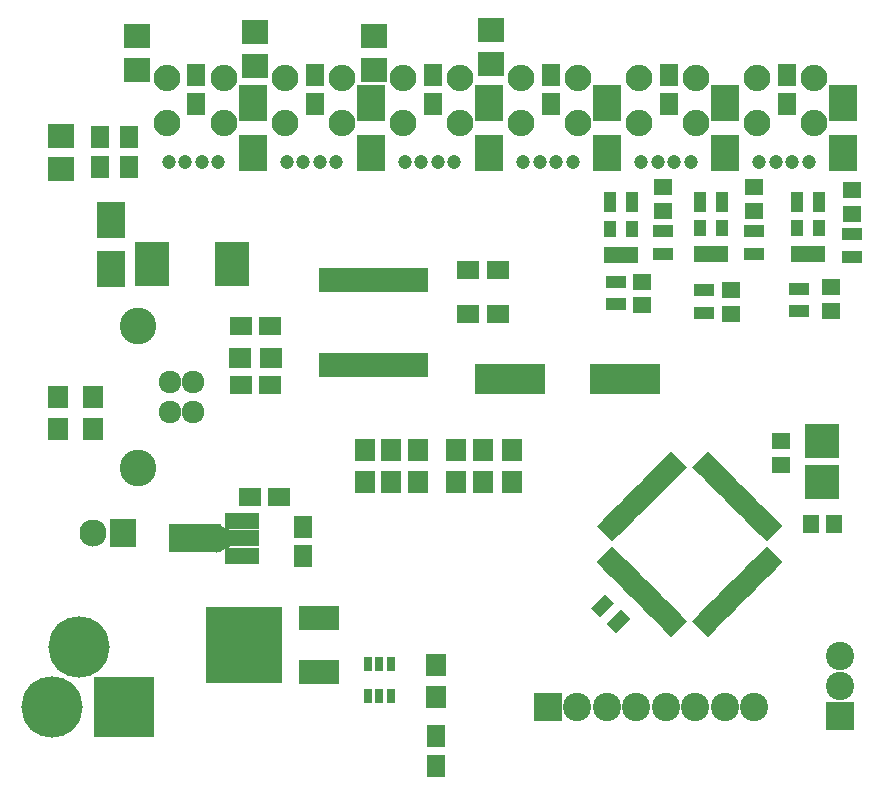
<source format=gts>
G04 #@! TF.FileFunction,Soldermask,Top*
%FSLAX46Y46*%
G04 Gerber Fmt 4.6, Leading zero omitted, Abs format (unit mm)*
G04 Created by KiCad (PCBNEW 4.0.1-stable) date 17.05.2016 13:35:18*
%MOMM*%
G01*
G04 APERTURE LIST*
%ADD10C,0.100000*%
%ADD11R,1.900000X1.650000*%
%ADD12R,1.650000X1.900000*%
%ADD13C,5.200600*%
%ADD14R,5.200600X5.200600*%
%ADD15R,1.400000X1.650000*%
%ADD16R,1.100000X1.700000*%
%ADD17C,1.924000*%
%ADD18C,3.100020*%
%ADD19O,2.250000X2.250000*%
%ADD20C,1.200000*%
%ADD21R,2.899360X3.699460*%
%ADD22R,2.429460X3.051760*%
%ADD23R,1.700000X1.900000*%
%ADD24R,1.900000X1.700000*%
%ADD25R,2.901900X1.400760*%
%ADD26R,4.400500X2.398980*%
%ADD27R,0.850000X2.150000*%
%ADD28R,6.000700X2.500580*%
%ADD29R,2.300000X2.400000*%
%ADD30C,2.300000*%
%ADD31R,1.650000X1.400000*%
%ADD32R,1.700000X1.100000*%
%ADD33R,1.050000X1.460000*%
%ADD34R,2.400000X2.400000*%
%ADD35C,2.400000*%
%ADD36R,2.200860X1.997660*%
%ADD37R,2.900000X2.900000*%
%ADD38R,3.448000X2.051000*%
%ADD39R,6.496000X6.496000*%
%ADD40R,0.740000X1.240000*%
G04 APERTURE END LIST*
D10*
D11*
X113750000Y-80500000D03*
X116250000Y-80500000D03*
D12*
X101813575Y-62029999D03*
X101813575Y-59529999D03*
X104313575Y-62029999D03*
X104313575Y-59529999D03*
D13*
X97750000Y-107750000D03*
D14*
X103846000Y-107750000D03*
D13*
X100036000Y-102670000D03*
D10*
G36*
X144555188Y-96159709D02*
X143883437Y-95487958D01*
X145226940Y-94144455D01*
X145898691Y-94816206D01*
X144555188Y-96159709D01*
X144555188Y-96159709D01*
G37*
G36*
X145120874Y-96725394D02*
X144449123Y-96053643D01*
X145792626Y-94710140D01*
X146464377Y-95381891D01*
X145120874Y-96725394D01*
X145120874Y-96725394D01*
G37*
G36*
X145686559Y-97291079D02*
X145014808Y-96619328D01*
X146358311Y-95275825D01*
X147030062Y-95947576D01*
X145686559Y-97291079D01*
X145686559Y-97291079D01*
G37*
G36*
X146252244Y-97856765D02*
X145580493Y-97185014D01*
X146923996Y-95841511D01*
X147595747Y-96513262D01*
X146252244Y-97856765D01*
X146252244Y-97856765D01*
G37*
G36*
X146817930Y-98422450D02*
X146146179Y-97750699D01*
X147489682Y-96407196D01*
X148161433Y-97078947D01*
X146817930Y-98422450D01*
X146817930Y-98422450D01*
G37*
G36*
X147383615Y-98988136D02*
X146711864Y-98316385D01*
X148055367Y-96972882D01*
X148727118Y-97644633D01*
X147383615Y-98988136D01*
X147383615Y-98988136D01*
G37*
G36*
X147949301Y-99553821D02*
X147277550Y-98882070D01*
X148621053Y-97538567D01*
X149292804Y-98210318D01*
X147949301Y-99553821D01*
X147949301Y-99553821D01*
G37*
G36*
X148514986Y-100119507D02*
X147843235Y-99447756D01*
X149186738Y-98104253D01*
X149858489Y-98776004D01*
X148514986Y-100119507D01*
X148514986Y-100119507D01*
G37*
G36*
X149080672Y-100685192D02*
X148408921Y-100013441D01*
X149752424Y-98669938D01*
X150424175Y-99341689D01*
X149080672Y-100685192D01*
X149080672Y-100685192D01*
G37*
G36*
X149646357Y-101250877D02*
X148974606Y-100579126D01*
X150318109Y-99235623D01*
X150989860Y-99907374D01*
X149646357Y-101250877D01*
X149646357Y-101250877D01*
G37*
G36*
X150212042Y-101816563D02*
X149540291Y-101144812D01*
X150883794Y-99801309D01*
X151555545Y-100473060D01*
X150212042Y-101816563D01*
X150212042Y-101816563D01*
G37*
G36*
X153959709Y-101144812D02*
X153287958Y-101816563D01*
X151944455Y-100473060D01*
X152616206Y-99801309D01*
X153959709Y-101144812D01*
X153959709Y-101144812D01*
G37*
G36*
X154525394Y-100579126D02*
X153853643Y-101250877D01*
X152510140Y-99907374D01*
X153181891Y-99235623D01*
X154525394Y-100579126D01*
X154525394Y-100579126D01*
G37*
G36*
X155091079Y-100013441D02*
X154419328Y-100685192D01*
X153075825Y-99341689D01*
X153747576Y-98669938D01*
X155091079Y-100013441D01*
X155091079Y-100013441D01*
G37*
G36*
X155656765Y-99447756D02*
X154985014Y-100119507D01*
X153641511Y-98776004D01*
X154313262Y-98104253D01*
X155656765Y-99447756D01*
X155656765Y-99447756D01*
G37*
G36*
X156222450Y-98882070D02*
X155550699Y-99553821D01*
X154207196Y-98210318D01*
X154878947Y-97538567D01*
X156222450Y-98882070D01*
X156222450Y-98882070D01*
G37*
G36*
X156788136Y-98316385D02*
X156116385Y-98988136D01*
X154772882Y-97644633D01*
X155444633Y-96972882D01*
X156788136Y-98316385D01*
X156788136Y-98316385D01*
G37*
G36*
X157353821Y-97750699D02*
X156682070Y-98422450D01*
X155338567Y-97078947D01*
X156010318Y-96407196D01*
X157353821Y-97750699D01*
X157353821Y-97750699D01*
G37*
G36*
X157919507Y-97185014D02*
X157247756Y-97856765D01*
X155904253Y-96513262D01*
X156576004Y-95841511D01*
X157919507Y-97185014D01*
X157919507Y-97185014D01*
G37*
G36*
X158485192Y-96619328D02*
X157813441Y-97291079D01*
X156469938Y-95947576D01*
X157141689Y-95275825D01*
X158485192Y-96619328D01*
X158485192Y-96619328D01*
G37*
G36*
X159050877Y-96053643D02*
X158379126Y-96725394D01*
X157035623Y-95381891D01*
X157707374Y-94710140D01*
X159050877Y-96053643D01*
X159050877Y-96053643D01*
G37*
G36*
X159616563Y-95487958D02*
X158944812Y-96159709D01*
X157601309Y-94816206D01*
X158273060Y-94144455D01*
X159616563Y-95487958D01*
X159616563Y-95487958D01*
G37*
G36*
X158273060Y-93755545D02*
X157601309Y-93083794D01*
X158944812Y-91740291D01*
X159616563Y-92412042D01*
X158273060Y-93755545D01*
X158273060Y-93755545D01*
G37*
G36*
X157707374Y-93189860D02*
X157035623Y-92518109D01*
X158379126Y-91174606D01*
X159050877Y-91846357D01*
X157707374Y-93189860D01*
X157707374Y-93189860D01*
G37*
G36*
X157141689Y-92624175D02*
X156469938Y-91952424D01*
X157813441Y-90608921D01*
X158485192Y-91280672D01*
X157141689Y-92624175D01*
X157141689Y-92624175D01*
G37*
G36*
X156576004Y-92058489D02*
X155904253Y-91386738D01*
X157247756Y-90043235D01*
X157919507Y-90714986D01*
X156576004Y-92058489D01*
X156576004Y-92058489D01*
G37*
G36*
X156010318Y-91492804D02*
X155338567Y-90821053D01*
X156682070Y-89477550D01*
X157353821Y-90149301D01*
X156010318Y-91492804D01*
X156010318Y-91492804D01*
G37*
G36*
X155444633Y-90927118D02*
X154772882Y-90255367D01*
X156116385Y-88911864D01*
X156788136Y-89583615D01*
X155444633Y-90927118D01*
X155444633Y-90927118D01*
G37*
G36*
X154878947Y-90361433D02*
X154207196Y-89689682D01*
X155550699Y-88346179D01*
X156222450Y-89017930D01*
X154878947Y-90361433D01*
X154878947Y-90361433D01*
G37*
G36*
X154313262Y-89795747D02*
X153641511Y-89123996D01*
X154985014Y-87780493D01*
X155656765Y-88452244D01*
X154313262Y-89795747D01*
X154313262Y-89795747D01*
G37*
G36*
X153747576Y-89230062D02*
X153075825Y-88558311D01*
X154419328Y-87214808D01*
X155091079Y-87886559D01*
X153747576Y-89230062D01*
X153747576Y-89230062D01*
G37*
G36*
X153181891Y-88664377D02*
X152510140Y-87992626D01*
X153853643Y-86649123D01*
X154525394Y-87320874D01*
X153181891Y-88664377D01*
X153181891Y-88664377D01*
G37*
G36*
X152616206Y-88098691D02*
X151944455Y-87426940D01*
X153287958Y-86083437D01*
X153959709Y-86755188D01*
X152616206Y-88098691D01*
X152616206Y-88098691D01*
G37*
G36*
X151555545Y-87426940D02*
X150883794Y-88098691D01*
X149540291Y-86755188D01*
X150212042Y-86083437D01*
X151555545Y-87426940D01*
X151555545Y-87426940D01*
G37*
G36*
X150989860Y-87992626D02*
X150318109Y-88664377D01*
X148974606Y-87320874D01*
X149646357Y-86649123D01*
X150989860Y-87992626D01*
X150989860Y-87992626D01*
G37*
G36*
X150424175Y-88558311D02*
X149752424Y-89230062D01*
X148408921Y-87886559D01*
X149080672Y-87214808D01*
X150424175Y-88558311D01*
X150424175Y-88558311D01*
G37*
G36*
X149858489Y-89123996D02*
X149186738Y-89795747D01*
X147843235Y-88452244D01*
X148514986Y-87780493D01*
X149858489Y-89123996D01*
X149858489Y-89123996D01*
G37*
G36*
X149292804Y-89689682D02*
X148621053Y-90361433D01*
X147277550Y-89017930D01*
X147949301Y-88346179D01*
X149292804Y-89689682D01*
X149292804Y-89689682D01*
G37*
G36*
X148727118Y-90255367D02*
X148055367Y-90927118D01*
X146711864Y-89583615D01*
X147383615Y-88911864D01*
X148727118Y-90255367D01*
X148727118Y-90255367D01*
G37*
G36*
X148161433Y-90821053D02*
X147489682Y-91492804D01*
X146146179Y-90149301D01*
X146817930Y-89477550D01*
X148161433Y-90821053D01*
X148161433Y-90821053D01*
G37*
G36*
X147595747Y-91386738D02*
X146923996Y-92058489D01*
X145580493Y-90714986D01*
X146252244Y-90043235D01*
X147595747Y-91386738D01*
X147595747Y-91386738D01*
G37*
G36*
X147030062Y-91952424D02*
X146358311Y-92624175D01*
X145014808Y-91280672D01*
X145686559Y-90608921D01*
X147030062Y-91952424D01*
X147030062Y-91952424D01*
G37*
G36*
X146464377Y-92518109D02*
X145792626Y-93189860D01*
X144449123Y-91846357D01*
X145120874Y-91174606D01*
X146464377Y-92518109D01*
X146464377Y-92518109D01*
G37*
G36*
X145898691Y-93083794D02*
X145226940Y-93755545D01*
X143883437Y-92412042D01*
X144555188Y-91740291D01*
X145898691Y-93083794D01*
X145898691Y-93083794D01*
G37*
D15*
X162000000Y-92250000D03*
X164000000Y-92250000D03*
D16*
X145000000Y-65000000D03*
X146900000Y-65000000D03*
D17*
X109748980Y-82790000D03*
X109748980Y-80250000D03*
X107750000Y-80250000D03*
X107750000Y-82790000D03*
D18*
X105049980Y-87519480D03*
X105049980Y-75520520D03*
D19*
X127480000Y-58340000D03*
X127480000Y-54500000D03*
X132320000Y-54500000D03*
D20*
X131850000Y-61610000D03*
X130450000Y-61610000D03*
X129050000Y-61610000D03*
D19*
X132320000Y-58340000D03*
D20*
X127650000Y-61610000D03*
D19*
X147480000Y-58340000D03*
X147480000Y-54500000D03*
X152320000Y-54500000D03*
D20*
X151850000Y-61610000D03*
X150450000Y-61610000D03*
X149050000Y-61610000D03*
D19*
X152320000Y-58340000D03*
D20*
X147650000Y-61610000D03*
D19*
X157480000Y-58340000D03*
X157480000Y-54500000D03*
X162320000Y-54500000D03*
D20*
X161850000Y-61610000D03*
X160450000Y-61610000D03*
X159050000Y-61610000D03*
D19*
X162320000Y-58340000D03*
D20*
X157650000Y-61610000D03*
D19*
X137480000Y-58340000D03*
X137480000Y-54500000D03*
X142320000Y-54500000D03*
D20*
X141850000Y-61610000D03*
X140450000Y-61610000D03*
X139050000Y-61610000D03*
D19*
X142320000Y-58340000D03*
D20*
X137650000Y-61610000D03*
D19*
X117480000Y-58340000D03*
X117480000Y-54500000D03*
X122320000Y-54500000D03*
D20*
X121850000Y-61610000D03*
X120450000Y-61610000D03*
X119050000Y-61610000D03*
D19*
X122320000Y-58340000D03*
D20*
X117650000Y-61610000D03*
D19*
X107480000Y-58340000D03*
X107480000Y-54500000D03*
X112320000Y-54500000D03*
D20*
X111850000Y-61610000D03*
X110450000Y-61610000D03*
X109050000Y-61610000D03*
D19*
X112320000Y-58340000D03*
D20*
X107650000Y-61610000D03*
D12*
X120000000Y-54250000D03*
X120000000Y-56750000D03*
X140000000Y-54250000D03*
X140000000Y-56750000D03*
X130000000Y-54250000D03*
X130000000Y-56750000D03*
X150000000Y-54250000D03*
X150000000Y-56750000D03*
X160000000Y-54250000D03*
X160000000Y-56750000D03*
D11*
X117000000Y-90000000D03*
X114500000Y-90000000D03*
D12*
X119000000Y-92500000D03*
X119000000Y-95000000D03*
D11*
X133000000Y-70750000D03*
X135500000Y-70750000D03*
X135500000Y-74500000D03*
X133000000Y-74500000D03*
D21*
X106250000Y-70250000D03*
X113052120Y-70250000D03*
D22*
X114750000Y-56664660D03*
X114750000Y-60835340D03*
X124750000Y-56664660D03*
X124750000Y-60835340D03*
X144750000Y-60835340D03*
X144750000Y-56664660D03*
X134750000Y-60835340D03*
X134750000Y-56664660D03*
D23*
X136750000Y-88700000D03*
X136750000Y-86000000D03*
X128750000Y-88750000D03*
X128750000Y-86050000D03*
X124250000Y-88700000D03*
X124250000Y-86000000D03*
D24*
X116350000Y-78250000D03*
X113650000Y-78250000D03*
D25*
X113852740Y-95001140D03*
X113852740Y-93500000D03*
X113852740Y-91998860D03*
D26*
X109900500Y-93500000D03*
D10*
G36*
X111675350Y-92299240D02*
X112824650Y-92799620D01*
X112824650Y-94200380D01*
X111675350Y-94700760D01*
X111675350Y-92299240D01*
X111675350Y-92299240D01*
G37*
D27*
X129225000Y-71650000D03*
X128575000Y-71650000D03*
X127925000Y-71650000D03*
X127275000Y-71650000D03*
X126625000Y-71650000D03*
X125975000Y-71650000D03*
X125325000Y-71650000D03*
X124675000Y-71650000D03*
X124025000Y-71650000D03*
X123375000Y-71650000D03*
X122725000Y-71650000D03*
X122075000Y-71650000D03*
X121425000Y-71650000D03*
X120775000Y-71650000D03*
X120775000Y-78850000D03*
X121425000Y-78850000D03*
X122075000Y-78850000D03*
X122725000Y-78850000D03*
X123375000Y-78850000D03*
X124025000Y-78850000D03*
X124675000Y-78850000D03*
X125325000Y-78850000D03*
X125975000Y-78850000D03*
X126625000Y-78850000D03*
X127275000Y-78850000D03*
X127925000Y-78850000D03*
X128575000Y-78850000D03*
X129225000Y-78850000D03*
D28*
X146250000Y-80000000D03*
X136552280Y-80000000D03*
D22*
X102750000Y-66500000D03*
X102750000Y-70670680D03*
D12*
X110000000Y-54250000D03*
X110000000Y-56750000D03*
D29*
X103750000Y-93000000D03*
D30*
X101210000Y-93000000D03*
D22*
X154750000Y-60835340D03*
X154750000Y-56664660D03*
X164750000Y-60835340D03*
X164750000Y-56664660D03*
D23*
X101250000Y-81550000D03*
X101250000Y-84250000D03*
X134250000Y-88700000D03*
X134250000Y-86000000D03*
X132000000Y-88700000D03*
X132000000Y-86000000D03*
X98250000Y-81550000D03*
X98250000Y-84250000D03*
X126500000Y-88700000D03*
X126500000Y-86000000D03*
D31*
X149500000Y-63750000D03*
X149500000Y-65750000D03*
X155250000Y-72500000D03*
X155250000Y-74500000D03*
X147750000Y-71750000D03*
X147750000Y-73750000D03*
X159500000Y-87250000D03*
X159500000Y-85250000D03*
X157250000Y-63750000D03*
X157250000Y-65750000D03*
X163750000Y-72250000D03*
X163750000Y-74250000D03*
X165500000Y-64000000D03*
X165500000Y-66000000D03*
D32*
X149500000Y-67500000D03*
X149500000Y-69400000D03*
X145500000Y-71750000D03*
X145500000Y-73650000D03*
D10*
G36*
X146739949Y-100287868D02*
X145537868Y-101489949D01*
X144760051Y-100712132D01*
X145962132Y-99510051D01*
X146739949Y-100287868D01*
X146739949Y-100287868D01*
G37*
G36*
X145396447Y-98944366D02*
X144194366Y-100146447D01*
X143416549Y-99368630D01*
X144618630Y-98166549D01*
X145396447Y-98944366D01*
X145396447Y-98944366D01*
G37*
D32*
X153000000Y-72500000D03*
X153000000Y-74400000D03*
X157250000Y-67500000D03*
X157250000Y-69400000D03*
D16*
X152600000Y-65000000D03*
X154500000Y-65000000D03*
D32*
X161000000Y-72350000D03*
X161000000Y-74250000D03*
X165500000Y-67750000D03*
X165500000Y-69650000D03*
D16*
X160850000Y-65000000D03*
X162750000Y-65000000D03*
D33*
X145000000Y-69500000D03*
X145950000Y-69500000D03*
X146900000Y-69500000D03*
X146900000Y-67300000D03*
X145000000Y-67300000D03*
X152600000Y-69450000D03*
X153550000Y-69450000D03*
X154500000Y-69450000D03*
X154500000Y-67250000D03*
X152600000Y-67250000D03*
X160850000Y-69450000D03*
X161800000Y-69450000D03*
X162750000Y-69450000D03*
X162750000Y-67250000D03*
X160850000Y-67250000D03*
D34*
X139737000Y-107750000D03*
D35*
X142250000Y-107750000D03*
X144750000Y-107750000D03*
X147250000Y-107750000D03*
X149750000Y-107750000D03*
X152250000Y-107750000D03*
X154750000Y-107750000D03*
X157250000Y-107750000D03*
D34*
X164500000Y-108500000D03*
D35*
X164500000Y-105960000D03*
X164500000Y-103460000D03*
D36*
X105000000Y-51000000D03*
X105000000Y-53839720D03*
X115000000Y-53500000D03*
X115000000Y-50660280D03*
X125000000Y-51000000D03*
X125000000Y-53839720D03*
X134960000Y-53299720D03*
X134960000Y-50460000D03*
X98500000Y-59410280D03*
X98500000Y-62250000D03*
D37*
X163000000Y-88750000D03*
X163000000Y-85250000D03*
D12*
X130250000Y-110250000D03*
X130250000Y-112750000D03*
D38*
X120350000Y-104786000D03*
D39*
X114000000Y-102500000D03*
D38*
X120350000Y-100214000D03*
D23*
X130250000Y-106950000D03*
X130250000Y-104250000D03*
D40*
X124550000Y-106850000D03*
X125500000Y-106850000D03*
X126450000Y-106850000D03*
X126450000Y-104150000D03*
X125500000Y-104150000D03*
X124550000Y-104150000D03*
D11*
X116250000Y-75500000D03*
X113750000Y-75500000D03*
M02*

</source>
